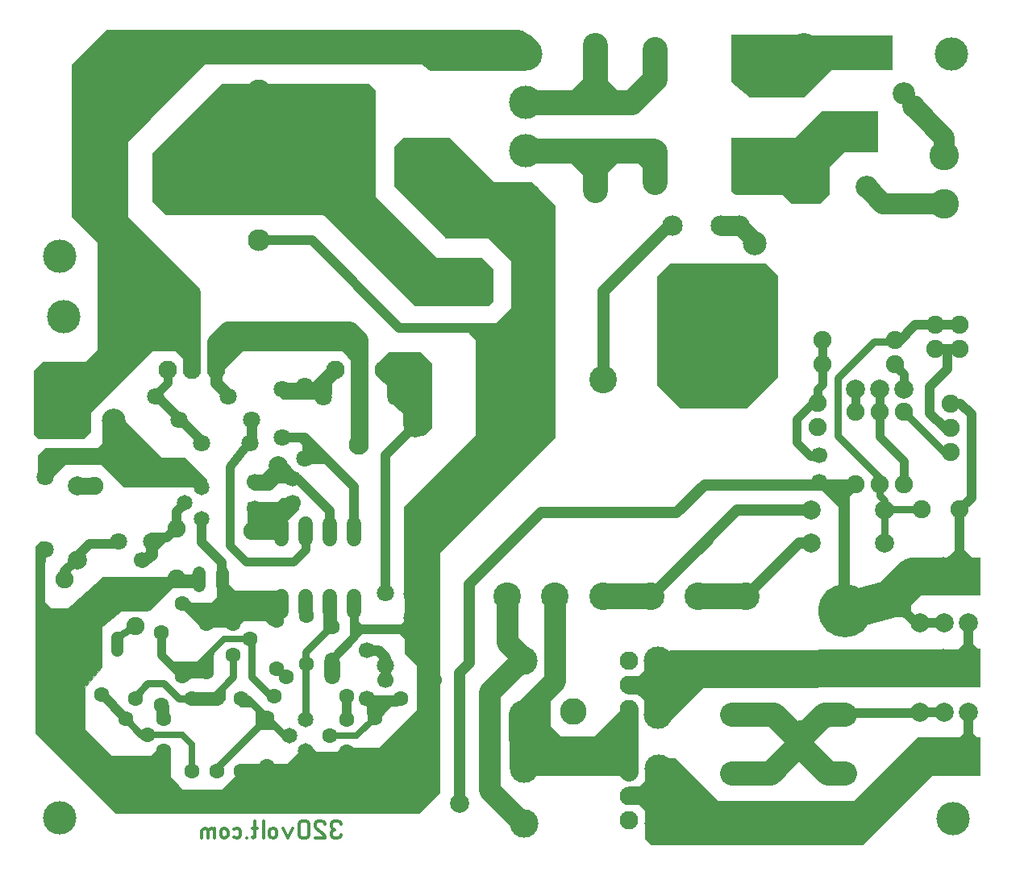
<source format=gbr>
%FSLAX34Y34*%
%MOMM*%
%LNCOPPER_BOTTOM*%
G71*
G01*
%ADD10C,3.200*%
%ADD11C,1.300*%
%ADD12C,1.600*%
%ADD13C,1.350*%
%ADD14C,1.550*%
%ADD15C,0.700*%
%ADD16C,0.800*%
%ADD17C,1.000*%
%ADD18C,0.900*%
%ADD19C,1.700*%
%ADD20C,1.100*%
%ADD21C,0.500*%
%ADD22C,0.200*%
%ADD23C,0.600*%
%ADD24C,0.100*%
%ADD25C,1.900*%
%ADD26C,1.900*%
%ADD27C,1.800*%
%ADD28C,1.950*%
%ADD29C,1.700*%
%ADD30C,1.900*%
%ADD31C,3.500*%
%ADD32C,1.200*%
%ADD33C,2.500*%
%ADD34C,2.900*%
%ADD35C,0.400*%
%ADD36C,0.300*%
%ADD37C,1.650*%
%ADD38C,2.150*%
%ADD39C,0.250*%
%ADD40C,2.000*%
%ADD41C,3.100*%
%ADD42C,2.350*%
%ADD43C,2.400*%
%ADD44C,2.550*%
%ADD45C,2.250*%
%ADD46C,2.500*%
%ADD47C,2.000*%
%ADD48C,2.700*%
%ADD49C,2.100*%
%ADD50C,2.000*%
%ADD51C,0.318*%
%ADD52C,2.300*%
%ADD53C,5.600*%
%ADD54C,2.500*%
%ADD55C,4.000*%
%ADD56C,2.100*%
%ADD57C,3.500*%
%ADD58C,1.900*%
%ADD59C,3.000*%
%ADD60C,1.950*%
%ADD61C,3.100*%
%ADD62C,2.800*%
%ADD63C,2.300*%
%ADD64C,3.000*%
%ADD65C,2.500*%
%ADD66C,2.600*%
%ADD67C,2.900*%
%ADD68C,2.000*%
%ADD69C,2.200*%
%ADD70C,2.100*%
%ADD71C,2.600*%
%ADD72C,4.000*%
%ADD73C,1.400*%
%ADD74C,1.500*%
%ADD75C,1.900*%
%ADD76C,1.800*%
%LPD*%
X491487Y713696D02*
G54D10*
D03*
X420777Y784407D02*
G54D10*
D03*
G54D11*
X154243Y222327D02*
X154243Y209327D01*
G54D11*
X179644Y222326D02*
X179644Y209326D01*
X477594Y158116D02*
G54D12*
D03*
X477593Y81916D02*
G54D12*
D03*
G54D13*
X266399Y290326D02*
X266399Y276826D01*
G54D13*
X290368Y290326D02*
X290368Y276826D01*
G54D14*
X352522Y250028D02*
X352522Y265528D01*
G54D14*
X377922Y250028D02*
X377922Y265528D01*
G54D14*
X403322Y250028D02*
X403322Y265528D01*
G54D14*
X428722Y250028D02*
X428722Y265528D01*
G54D14*
X352522Y326229D02*
X352522Y341729D01*
G54D14*
X377921Y326228D02*
X377921Y341728D01*
G54D14*
X403322Y326228D02*
X403322Y341728D01*
G54D14*
X428722Y326228D02*
X428722Y341728D01*
X405306Y233569D02*
G54D12*
D03*
X405307Y198644D02*
G54D12*
D03*
X310112Y158115D02*
G54D12*
D03*
X310113Y81916D02*
G54D12*
D03*
X284316Y158116D02*
G54D12*
D03*
X284315Y81916D02*
G54D12*
D03*
X247918Y182315D02*
G54D12*
D03*
X247918Y258515D02*
G54D12*
D03*
X258519Y158116D02*
G54D12*
D03*
X258519Y81916D02*
G54D12*
D03*
G54D15*
X403322Y119557D02*
X431493Y119558D01*
X450209Y138272D01*
G54D16*
X476006Y158116D02*
X470052Y158116D01*
X450209Y138272D01*
G54D16*
X360459Y119558D02*
X355418Y119557D01*
X336703Y138272D01*
G54D16*
X310112Y158115D02*
X316859Y158116D01*
X336703Y138272D01*
G54D16*
X284315Y81916D02*
X284315Y85885D01*
X336703Y138272D01*
G54D16*
X258519Y158116D02*
X284316Y158116D01*
G54D15*
X211575Y120398D02*
X248206Y120398D01*
X258462Y110141D01*
X258462Y81972D01*
X258519Y81916D01*
G54D17*
X323549Y256479D02*
X351222Y256479D01*
X352522Y257778D01*
G54D16*
X247918Y258515D02*
X252283Y258515D01*
X273715Y237083D01*
X304155Y237084D01*
X323549Y256479D01*
G54D15*
X318958Y220703D02*
X292258Y220703D01*
X273715Y202159D01*
G54D16*
X247918Y182315D02*
X253871Y182315D01*
X273715Y202159D01*
X420784Y160941D02*
G54D12*
D03*
X344584Y160940D02*
G54D12*
D03*
G54D17*
X420784Y134351D02*
X420784Y162925D01*
X357284Y181181D02*
G54D12*
D03*
X405306Y181578D02*
G54D12*
D03*
X225974Y227569D02*
G54D12*
D03*
X225974Y151369D02*
G54D12*
D03*
G54D18*
X225975Y228759D02*
X225975Y204258D01*
X247918Y182315D01*
G54D16*
X211575Y120398D02*
X205334Y120398D01*
X188953Y136779D01*
X324688Y386148D02*
G54D19*
D03*
X324689Y358211D02*
G54D19*
D03*
G54D20*
X323549Y333978D02*
X352522Y333978D01*
G54D16*
X405306Y198645D02*
X405306Y180388D01*
G54D16*
X258519Y158116D02*
X244618Y158116D01*
X228697Y174038D01*
X212131Y174038D01*
X201765Y163672D01*
G54D17*
X289972Y278020D02*
X289971Y247418D01*
X300306Y237084D01*
G54D21*
X289816Y247460D02*
X289815Y239522D01*
G54D21*
X289816Y247460D02*
X280290Y237934D01*
G54D21*
X298150Y242301D02*
X274734Y242301D01*
X274337Y242698D01*
G54D22*
X338631Y256191D02*
X338631Y258572D01*
X346965Y266906D01*
X346965Y264922D01*
X342600Y260557D01*
G54D22*
X338631Y256191D02*
X338631Y255000D01*
X346569Y247063D01*
X346569Y248253D01*
X342600Y252222D01*
G54D21*
X398559Y230791D02*
X398559Y250635D01*
X400147Y252222D01*
G54D21*
X408084Y230791D02*
X408084Y249444D01*
X406893Y250635D01*
G54D21*
X400146Y198247D02*
X400147Y181578D01*
X401337Y180388D01*
G54D21*
X327519Y129985D02*
X327519Y147447D01*
X327121Y147845D01*
G54D21*
X344187Y128001D02*
X327519Y128001D01*
X327121Y128398D01*
X450209Y138272D02*
G54D12*
D03*
X450209Y87472D02*
G54D12*
D03*
X336703Y138272D02*
G54D12*
D03*
X336703Y87472D02*
G54D12*
D03*
X188953Y136779D02*
G54D12*
D03*
X188953Y85980D02*
G54D12*
D03*
X347419Y240666D02*
G54D12*
D03*
X347419Y189866D02*
G54D12*
D03*
G54D16*
X346965Y160940D02*
X341409Y160941D01*
X321169Y181181D01*
X321169Y220532D01*
X321340Y220703D01*
X273715Y237083D02*
G54D12*
D03*
X273715Y186283D02*
G54D12*
D03*
G54D16*
X301722Y204598D02*
X301722Y181181D01*
X284259Y163719D01*
G54D16*
X277116Y186340D02*
X277115Y204598D01*
X277909Y205392D01*
G54D16*
X274734Y189119D02*
X274734Y195072D01*
X273146Y196659D01*
G54D16*
X270369Y187531D02*
X259653Y187531D01*
X262431Y187531D01*
X266400Y191501D01*
G54D16*
X348156Y244285D02*
X311247Y244285D01*
X309659Y242698D01*
G54D16*
X325931Y251429D02*
X344981Y251429D01*
X345378Y251032D01*
X333869Y251032D01*
X331091Y248254D01*
G54D23*
X311247Y245872D02*
X265209Y245872D01*
X262431Y248650D01*
G54D23*
X277909Y243095D02*
X277909Y243888D01*
X287434Y253413D01*
G54D23*
X301325Y243491D02*
X301324Y243888D01*
X291800Y253413D01*
G54D16*
X229038Y104017D02*
X229038Y76860D01*
X229094Y76804D01*
G54D16*
X310113Y81916D02*
X310113Y61270D01*
X310453Y60929D01*
G54D16*
X336703Y87472D02*
X336703Y61667D01*
X337044Y61326D01*
G54D16*
X377922Y103176D02*
X377922Y61326D01*
G54D16*
X420784Y103176D02*
X420784Y60930D01*
X421578Y60136D01*
G54D16*
X450209Y87472D02*
X450209Y60080D01*
X450550Y59738D01*
G54D16*
X476005Y81916D02*
X476005Y61667D01*
X476743Y60929D01*
G36*
X266797Y285957D02*
X165197Y285957D01*
X123922Y249048D01*
X149322Y194676D01*
X127097Y172450D01*
X127097Y96251D01*
X183453Y39894D01*
X486268Y39497D01*
X486665Y81566D01*
X450549Y81566D01*
X429515Y102601D01*
X371174Y102601D01*
X356094Y87520D01*
X314422Y87520D01*
X289815Y62914D01*
X248540Y62913D01*
X235444Y76010D01*
X235444Y103564D01*
X229038Y104017D01*
X220985Y104017D01*
X215600Y98632D01*
X160434Y98632D01*
X145353Y113714D01*
X145353Y170466D01*
X163212Y191103D01*
X163212Y235554D01*
X194169Y264129D01*
X227109Y264128D01*
X237825Y274844D01*
X266796Y274845D01*
X271956Y280004D01*
X271956Y280798D01*
X266797Y285957D01*
G37*
G54D24*
X266797Y285957D02*
X165197Y285957D01*
X123922Y249048D01*
X149322Y194676D01*
X127097Y172450D01*
X127097Y96251D01*
X183453Y39894D01*
X486268Y39497D01*
X486665Y81566D01*
X450549Y81566D01*
X429515Y102601D01*
X371174Y102601D01*
X356094Y87520D01*
X314422Y87520D01*
X289815Y62914D01*
X248540Y62913D01*
X235444Y76010D01*
X235444Y103564D01*
X229038Y104017D01*
X220985Y104017D01*
X215600Y98632D01*
X160434Y98632D01*
X145353Y113714D01*
X145353Y170466D01*
X163212Y191103D01*
X163212Y235554D01*
X194169Y264129D01*
X227109Y264128D01*
X237825Y274844D01*
X266796Y274845D01*
X271956Y280004D01*
X271956Y280798D01*
X266797Y285957D01*
X206190Y276370D02*
G54D19*
D03*
X206191Y304308D02*
G54D19*
D03*
X364031Y389144D02*
G54D19*
D03*
X364031Y363744D02*
G54D19*
D03*
X124907Y243993D02*
G54D25*
D03*
X124907Y283993D02*
G54D25*
D03*
X241950Y337372D02*
G54D26*
D03*
X241950Y284192D02*
G54D26*
D03*
X155742Y381783D02*
G54D25*
D03*
X296319Y475519D02*
G54D27*
D03*
X220119Y475519D02*
G54D27*
D03*
X232963Y503841D02*
G54D28*
D03*
X258362Y503841D02*
G54D28*
D03*
X283763Y503841D02*
G54D28*
D03*
X408778Y503841D02*
G54D28*
D03*
G54D29*
X434178Y512341D02*
X434178Y495341D01*
X459579Y503841D02*
G54D28*
D03*
X472532Y475123D02*
G54D27*
D03*
X396332Y475123D02*
G54D27*
D03*
G54D30*
X284159Y503444D02*
X284160Y521601D01*
X294975Y532416D01*
X422768Y532416D01*
X434278Y520906D01*
X434278Y503741D01*
G54D11*
X283763Y503841D02*
X283763Y490060D01*
X296319Y477504D01*
G54D20*
X321322Y431466D02*
X321322Y453294D01*
X320925Y453691D01*
G54D30*
X284160Y503841D02*
X284160Y532714D01*
X296562Y545116D01*
X424356Y545116D01*
X434278Y535194D01*
X434277Y504139D01*
G54D17*
X283763Y503841D02*
X285847Y503841D01*
X307674Y525669D01*
G54D17*
X432690Y512572D02*
X432690Y513366D01*
X418006Y528050D01*
X123921Y559800D02*
G54D31*
D03*
X319734Y427100D02*
G54D27*
D03*
X268934Y427100D02*
G54D27*
D03*
X353470Y432260D02*
G54D27*
D03*
X353469Y483060D02*
G54D27*
D03*
G54D32*
X433782Y425024D02*
X434278Y526066D01*
X421578Y538766D01*
X297752Y538766D01*
X284259Y525272D01*
X284259Y504635D01*
X284656Y504238D01*
X849223Y576542D02*
G54D33*
D03*
X849223Y636546D02*
G54D33*
D03*
X839780Y265492D02*
G54D34*
D03*
X789780Y265492D02*
G54D34*
D03*
X739780Y265492D02*
G54D34*
D03*
X689780Y265492D02*
G54D34*
D03*
X639780Y265492D02*
G54D34*
D03*
X589780Y265492D02*
G54D34*
D03*
X789780Y493274D02*
G54D34*
D03*
X689781Y493273D02*
G54D34*
D03*
X441972Y158020D02*
G54D19*
D03*
X441972Y208820D02*
G54D19*
D03*
X512616Y177467D02*
G54D19*
D03*
X461815Y177468D02*
G54D19*
D03*
G36*
X482696Y39100D02*
X491825Y39100D01*
X518812Y66088D01*
X518812Y291116D01*
X506906Y279210D01*
X493566Y268749D01*
X482300Y268097D01*
X482300Y205788D01*
X495000Y193088D01*
X494999Y99322D01*
X477593Y81916D01*
X473918Y81916D01*
X464837Y72835D01*
X464837Y60135D01*
X482696Y39100D01*
G37*
G54D17*
X324740Y381760D02*
X339581Y381760D01*
X346965Y389144D01*
X364031Y389144D01*
X369587Y389144D01*
X403322Y355410D01*
X403322Y333978D01*
G54D18*
X377921Y333978D02*
X377922Y314928D01*
X365222Y302228D01*
X315215Y302228D01*
X298150Y319294D01*
X298150Y390345D01*
G36*
X214409Y251032D02*
X239016Y274844D01*
X183452Y274050D01*
X177103Y267700D01*
X171150Y250635D01*
X214409Y251032D01*
G37*
G54D17*
X215756Y327450D02*
X232028Y327450D01*
X241950Y337372D01*
X241950Y354725D01*
X251078Y363854D01*
G54D35*
X256875Y281591D02*
X258066Y281591D01*
X266400Y289926D01*
G54D35*
X352522Y257778D02*
X248654Y257778D01*
X247918Y258515D01*
G54D16*
X316406Y253016D02*
X260844Y253016D01*
X260050Y253810D01*
G54D16*
X262431Y248650D02*
X311247Y248651D01*
X312437Y249841D01*
G54D16*
X273715Y237083D02*
X269349Y237083D01*
X247918Y258515D01*
G54D16*
X248144Y261747D02*
X249731Y261748D01*
X259256Y252223D01*
G54D36*
X288625Y265319D02*
X287831Y265319D01*
X279100Y256588D01*
G54D36*
X279497Y255397D02*
X280687Y255398D01*
X286244Y260954D01*
G54D36*
X291006Y269288D02*
X291006Y266907D01*
X300134Y257778D01*
X297753Y257778D01*
X294181Y261351D01*
G54D17*
X289972Y283576D02*
X289972Y301279D01*
X268384Y322866D01*
X268384Y347316D01*
X268541Y347473D01*
G54D16*
X450209Y138272D02*
X450209Y153354D01*
X445544Y158020D01*
G54D16*
X445544Y158020D02*
X445544Y142937D01*
X450209Y138272D01*
G54D16*
X445544Y158020D02*
X477498Y158020D01*
X477594Y158116D01*
X464789Y158116D01*
X453328Y146653D01*
X453328Y151416D01*
X455709Y153797D01*
G54D16*
X455709Y153797D02*
X473276Y153797D01*
X477594Y158116D01*
G54D18*
X405307Y198644D02*
X405307Y200233D01*
X428722Y223647D01*
X428722Y257778D01*
G54D18*
X460075Y230791D02*
X429912Y230791D01*
X429515Y230394D01*
G54D18*
X460075Y230791D02*
X493809Y230791D01*
X498171Y226429D01*
G54D36*
X438643Y230791D02*
X437850Y230791D01*
X431103Y237538D01*
G54D36*
X439437Y232379D02*
X438643Y232378D01*
X431103Y239919D01*
G54D36*
X427134Y217694D02*
X437850Y228410D01*
G54D36*
X437453Y228806D02*
X435072Y228806D01*
X432293Y226028D01*
X427928Y226029D01*
X427531Y226426D01*
G54D36*
X473965Y230394D02*
X477140Y230394D01*
X486666Y239919D01*
G54D36*
X473965Y230394D02*
X477140Y230394D01*
X485872Y221663D01*
X378319Y194677D02*
G54D12*
D03*
X378319Y245477D02*
G54D12*
D03*
G54D16*
X377922Y135938D02*
X377922Y207376D01*
X403321Y232775D01*
X403322Y257778D01*
X403718Y258176D01*
G36*
X350537Y489951D02*
X384668Y489951D01*
X404512Y509794D01*
X411259Y509794D01*
X417609Y503444D01*
X417609Y501063D01*
X389034Y472488D01*
X354109Y472488D01*
X348156Y478441D01*
X348156Y479632D01*
X357284Y488760D01*
X350537Y489951D01*
G37*
G36*
X405703Y476854D02*
X405703Y491141D01*
X403322Y493523D01*
X401337Y493523D01*
X398559Y490744D01*
X398559Y483998D01*
X405703Y476854D01*
G37*
X171176Y267172D02*
G54D25*
D03*
G36*
X316406Y360569D02*
X316406Y328819D01*
X320374Y324850D01*
X355300Y324850D01*
X358475Y328026D01*
X358475Y344694D01*
X371175Y357394D01*
X371175Y366126D01*
X368396Y368904D01*
X352125Y368903D01*
X348156Y364935D01*
X317994Y364935D01*
X316406Y363347D01*
X316406Y358585D01*
X316406Y360569D01*
G37*
G54D11*
X215756Y323085D02*
X215756Y309506D01*
X206191Y302323D01*
G54D23*
X271162Y183166D02*
X252112Y183166D01*
X250128Y185150D01*
G54D23*
X261240Y190707D02*
X240206Y190707D01*
X239016Y191897D01*
G54D23*
X266400Y194675D02*
X235046Y194676D01*
G54D23*
X281878Y153797D02*
X261637Y153797D01*
X259653Y155782D01*
G54D23*
X282275Y162529D02*
X261240Y162529D01*
X260843Y162132D01*
G54D23*
X309659Y152607D02*
X322756Y152607D01*
G54D23*
X290212Y158163D02*
X290212Y170467D01*
G54D23*
X410465Y182372D02*
X410465Y196660D01*
X409672Y197454D01*
G54D23*
X409672Y197454D02*
X409672Y188722D01*
X406893Y185944D01*
G54D23*
X472378Y230791D02*
X475553Y230791D01*
X485078Y240316D01*
G54D23*
X471981Y230791D02*
X475156Y230791D01*
X488253Y217694D01*
X229038Y103620D02*
G54D12*
D03*
X211575Y120398D02*
G54D12*
D03*
X229037Y137176D02*
G54D12*
D03*
X377922Y103176D02*
G54D37*
D03*
X360459Y119558D02*
G54D37*
D03*
X377922Y135939D02*
G54D37*
D03*
X420785Y102779D02*
G54D12*
D03*
X403322Y119557D02*
G54D12*
D03*
X420784Y136336D02*
G54D12*
D03*
X301496Y237480D02*
G54D12*
D03*
X318959Y220702D02*
G54D12*
D03*
X301496Y203925D02*
G54D12*
D03*
X268541Y347473D02*
G54D37*
D03*
X251078Y363854D02*
G54D37*
D03*
X268541Y380235D02*
G54D37*
D03*
X321962Y256876D02*
G54D26*
D03*
X321962Y334376D02*
G54D26*
D03*
G54D35*
X223140Y137923D02*
X223140Y145463D01*
X221553Y147050D01*
G54D35*
X232268Y151019D02*
X232268Y140010D01*
X229037Y136779D01*
G54D35*
X358872Y87916D02*
X309262Y87916D01*
G54D35*
X408878Y99823D02*
X410862Y99822D01*
X414831Y103792D01*
G54D35*
X388637Y99425D02*
X384272Y103792D01*
G36*
X133050Y133160D02*
X139797Y133159D01*
X180278Y92678D01*
X150115Y92678D01*
X144956Y97838D01*
X144956Y104584D01*
X131065Y118475D01*
X131066Y120857D01*
X140987Y130778D01*
X133050Y133160D01*
G37*
G54D23*
X352522Y269288D02*
X291006Y269288D01*
G54D20*
X350934Y264922D02*
X294578Y264923D01*
X293784Y264129D01*
G54D20*
X309659Y262144D02*
X305847Y262144D01*
X289972Y278020D01*
G54D21*
X343790Y237141D02*
X342203Y237141D01*
X331091Y248254D01*
G54D21*
X215756Y309506D02*
X215756Y311179D01*
X232028Y327450D01*
G54D21*
X217584Y317310D02*
X219965Y317310D01*
X224728Y322072D01*
G54D21*
X221553Y262144D02*
X221553Y261747D01*
X212028Y252222D01*
X167578Y252222D01*
X165593Y250238D01*
G54D21*
X173928Y252619D02*
X189802Y252619D01*
X190200Y253016D01*
G54D21*
X177103Y251826D02*
X184643Y253413D01*
X161228Y233966D01*
G36*
X421975Y106966D02*
X455312Y106966D01*
X498175Y149829D01*
X498175Y71247D01*
X494206Y67278D01*
X437056Y67278D01*
X431103Y73231D01*
X431103Y95456D01*
X422768Y103791D01*
X425943Y106966D01*
X421975Y106966D01*
G37*
X763344Y655548D02*
G54D38*
D03*
X814144Y655548D02*
G54D38*
D03*
G54D39*
X477934Y235156D02*
X434675Y235156D01*
X433881Y235951D01*
X409698Y67148D02*
G54D25*
D03*
X349346Y403432D02*
G54D40*
D03*
G54D35*
X347362Y395891D02*
X347362Y393113D01*
X351331Y389144D01*
G54D35*
X356094Y401844D02*
X356093Y391526D01*
X357284Y390335D01*
G54D35*
X354109Y395494D02*
X354109Y391922D01*
X351331Y389144D01*
X1057366Y31890D02*
G54D31*
D03*
X1048681Y729417D02*
G54D41*
D03*
X1048681Y678617D02*
G54D41*
D03*
X980258Y831260D02*
G54D42*
D03*
X1015813Y780483D02*
G54D42*
D03*
X1006252Y794137D02*
G54D42*
D03*
X744474Y840972D02*
G54D43*
D03*
X744474Y701272D02*
G54D43*
D03*
X836548Y840972D02*
G54D43*
D03*
X836548Y701272D02*
G54D43*
D03*
X836548Y733418D02*
G54D25*
D03*
X836548Y809618D02*
G54D25*
D03*
X901239Y844940D02*
G54D44*
D03*
X901239Y692540D02*
G54D44*
D03*
X744076Y733022D02*
G54D25*
D03*
X744076Y809222D02*
G54D25*
D03*
G54D45*
X854011Y809222D02*
X854011Y840972D01*
X967259Y746432D02*
G54D42*
D03*
X967259Y695632D02*
G54D42*
D03*
X128803Y450759D02*
G54D46*
D03*
X176503Y450758D02*
G54D46*
D03*
X492772Y445749D02*
G54D33*
D03*
X492772Y268749D02*
G54D33*
D03*
X539846Y48228D02*
G54D40*
D03*
X489047Y48228D02*
G54D40*
D03*
X119550Y32684D02*
G54D31*
D03*
X908307Y321822D02*
G54D47*
D03*
X985806Y321822D02*
G54D47*
D03*
X908306Y356747D02*
G54D47*
D03*
X985806Y356747D02*
G54D47*
D03*
G54D48*
X789780Y265492D02*
X839780Y265492D01*
G54D48*
X689780Y265492D02*
X739780Y265492D01*
X433782Y425024D02*
G54D49*
D03*
G54D17*
X99230Y287692D02*
X99230Y244036D01*
X154395Y188870D01*
G36*
X518727Y74570D02*
X518727Y59092D01*
X496898Y37264D01*
X179002Y37264D01*
X94070Y122195D01*
X94070Y318648D01*
X99230Y323808D01*
X105977Y323808D01*
X110342Y319442D01*
X105460Y305432D01*
X104389Y296423D01*
X104389Y252767D01*
X158364Y252767D01*
X159555Y188870D01*
X136139Y165454D01*
X136139Y101161D01*
X186542Y50758D01*
X499677Y50758D01*
X517933Y69014D01*
X518727Y74570D01*
G37*
G54D17*
X428722Y333978D02*
X428722Y381217D01*
X377282Y432657D01*
X353867Y432657D01*
X353470Y432260D01*
G54D17*
X324740Y381760D02*
X327674Y381760D01*
X349346Y403432D01*
G54D17*
X364031Y389144D02*
X364031Y392381D01*
X353627Y402786D01*
G54D50*
X967768Y843897D02*
X856937Y843897D01*
X854011Y840972D01*
G54D18*
X298150Y390345D02*
X298150Y402340D01*
X319734Y429085D01*
G54D51*
X415142Y26308D02*
X413809Y28530D01*
X411142Y29641D01*
X408476Y29641D01*
X405809Y28530D01*
X404476Y26308D01*
X404476Y24086D01*
X405809Y21864D01*
X408476Y20752D01*
X405809Y19641D01*
X404476Y17419D01*
X404476Y15197D01*
X405809Y12975D01*
X408476Y11864D01*
X411142Y11864D01*
X413809Y12975D01*
X415142Y15197D01*
G54D51*
X387587Y11864D02*
X398253Y11864D01*
X398253Y12975D01*
X396920Y15197D01*
X388920Y21864D01*
X387587Y24086D01*
X387587Y26308D01*
X388920Y28530D01*
X391587Y29641D01*
X394253Y29641D01*
X396920Y28530D01*
X398253Y26308D01*
G54D51*
X370698Y26308D02*
X370698Y15197D01*
X372031Y12975D01*
X374698Y11864D01*
X377364Y11864D01*
X380031Y12975D01*
X381364Y15197D01*
X381364Y26308D01*
X380031Y28530D01*
X377364Y29641D01*
X374698Y29641D01*
X372031Y28530D01*
X370698Y26308D01*
G54D51*
X364475Y21864D02*
X359142Y11864D01*
X353809Y21864D01*
G54D51*
X339586Y14530D02*
X339586Y18975D01*
X340920Y21197D01*
X343586Y21864D01*
X346253Y21197D01*
X347586Y18975D01*
X347586Y14530D01*
X346253Y12308D01*
X343586Y11864D01*
X340920Y12308D01*
X339586Y14530D01*
G54D51*
X333364Y11864D02*
X333364Y29641D01*
G54D51*
X324476Y29641D02*
X324476Y12975D01*
X323142Y11864D01*
X321809Y12308D01*
G54D51*
X327142Y21864D02*
X321809Y21864D01*
G54D51*
X315587Y11864D02*
X315587Y11864D01*
G54D51*
X302699Y21197D02*
X305365Y21864D01*
X308032Y21197D01*
X309365Y18975D01*
X309365Y14530D01*
X308032Y12308D01*
X305365Y11864D01*
X302699Y12308D01*
G54D51*
X288476Y14530D02*
X288476Y18975D01*
X289810Y21197D01*
X292476Y21864D01*
X295143Y21197D01*
X296476Y18975D01*
X296476Y14530D01*
X295143Y12308D01*
X292476Y11864D01*
X289810Y12308D01*
X288476Y14530D01*
G54D51*
X282254Y11864D02*
X282254Y21864D01*
G54D51*
X282254Y20086D02*
X279588Y21864D01*
X276921Y21197D01*
X275588Y19641D01*
X275588Y11864D01*
G54D51*
X275588Y20086D02*
X272921Y21864D01*
X270254Y21197D01*
X268921Y19641D01*
X268921Y11864D01*
X163157Y162179D02*
G54D12*
D03*
X163156Y85980D02*
G54D12*
D03*
G54D17*
X188953Y136779D02*
X188953Y137573D01*
X164347Y162179D01*
X328282Y839013D02*
G54D52*
D03*
X328282Y797341D02*
G54D52*
D03*
X492772Y243349D02*
G54D33*
D03*
G36*
X452845Y508751D02*
X452845Y510339D01*
X465148Y522642D01*
X498486Y522642D01*
X510789Y510339D01*
X510789Y442870D01*
X503645Y435726D01*
X503645Y449617D01*
X453242Y500020D01*
X453242Y508354D01*
X454830Y509942D01*
X452845Y508751D01*
G37*
G54D17*
X492772Y445749D02*
X492772Y456867D01*
X472532Y477107D01*
G54D17*
X472532Y477107D02*
X472532Y490888D01*
X459579Y503841D01*
G54D17*
X455624Y502798D02*
X455624Y501608D01*
X471498Y485732D01*
G54D17*
X468720Y477001D02*
X468720Y492082D01*
G54D17*
X490945Y450411D02*
X490945Y453586D01*
X469514Y475017D01*
G54D17*
X485389Y446045D02*
X485389Y465095D01*
G54D21*
X487374Y436917D02*
X501264Y436917D01*
X506820Y442473D01*
G36*
X993906Y854826D02*
X824440Y856017D01*
X824440Y806011D01*
X844284Y790136D01*
X901037Y790136D01*
X937946Y827045D01*
X993906Y827442D01*
X993906Y854826D01*
G37*
G54D21*
X323464Y390879D02*
X339339Y390879D01*
X340530Y392070D01*
G54D24*
X256875Y281591D02*
X256875Y283412D01*
X261552Y288089D01*
X236138Y712708D02*
G54D10*
D03*
X165428Y783418D02*
G54D10*
D03*
X328678Y640179D02*
G54D52*
D03*
X328678Y681851D02*
G54D52*
D03*
X1057366Y31890D02*
G54D31*
D03*
X943762Y250411D02*
G54D53*
D03*
X825312Y141842D02*
G54D54*
D03*
X825311Y192642D02*
G54D54*
D03*
X825311Y29129D02*
G54D54*
D03*
X825311Y79930D02*
G54D54*
D03*
X1022753Y286902D02*
G54D33*
D03*
X1073553Y286902D02*
G54D33*
D03*
X1022753Y190065D02*
G54D33*
D03*
X1073553Y190065D02*
G54D33*
D03*
X1022356Y96799D02*
G54D33*
D03*
X1073156Y96799D02*
G54D33*
D03*
G54D55*
X943762Y250411D02*
X991818Y263111D01*
X1015609Y286902D01*
X1066409Y286902D01*
G36*
X1066409Y266902D02*
X1066409Y306902D01*
X1086409Y306902D01*
X1086409Y266902D01*
X1066409Y266902D01*
G37*
X899330Y124974D02*
G54D56*
D03*
X899330Y105130D02*
G54D56*
D03*
X609022Y683257D02*
G54D57*
D03*
X609022Y734057D02*
G54D57*
D03*
X609022Y784857D02*
G54D57*
D03*
X609022Y835657D02*
G54D57*
D03*
X1064661Y357060D02*
G54D58*
D03*
X1024661Y357060D02*
G54D58*
D03*
X833041Y655638D02*
G54D38*
D03*
X606478Y141624D02*
G54D59*
D03*
X747909Y141625D02*
G54D59*
D03*
X606476Y198378D02*
G54D59*
D03*
X747908Y198378D02*
G54D59*
D03*
X748703Y27325D02*
G54D59*
D03*
X607272Y27324D02*
G54D59*
D03*
X748704Y84475D02*
G54D59*
D03*
X607273Y84474D02*
G54D59*
D03*
X716954Y30896D02*
G54D28*
D03*
X716954Y56296D02*
G54D28*
D03*
X716954Y81696D02*
G54D28*
D03*
X716952Y147578D02*
G54D28*
D03*
X716952Y172978D02*
G54D28*
D03*
X716952Y198378D02*
G54D28*
D03*
G54D60*
X716954Y81696D02*
X716952Y147578D01*
G54D61*
X606478Y141624D02*
X607273Y86856D01*
X658708Y144469D02*
G54D62*
D03*
G54D50*
X607273Y86856D02*
X711794Y86856D01*
X716954Y81696D01*
G54D50*
X617573Y98341D02*
X704887Y98341D01*
X708855Y102310D01*
G54D50*
X625114Y107470D02*
X703696Y107470D01*
X708855Y102310D01*
G54D63*
X639780Y265492D02*
X639780Y176911D01*
X606478Y143609D01*
G54D16*
X621903Y154384D02*
X621903Y126603D01*
X623491Y125016D01*
G54D16*
X626666Y160734D02*
X626666Y121444D01*
X628650Y119459D01*
G54D16*
X631031Y161131D02*
X631031Y121841D01*
X628650Y119459D01*
G54D64*
X747909Y143609D02*
X747908Y198378D01*
G54D60*
X716952Y172978D02*
X746185Y172978D01*
X746522Y172641D01*
G54D60*
X716952Y172978D02*
X731778Y172978D01*
X742950Y184150D01*
G54D60*
X716952Y172978D02*
X730310Y172978D01*
X745728Y157559D01*
G54D55*
X1066409Y190462D02*
X763946Y190065D01*
X746522Y172641D01*
G36*
X1066435Y170462D02*
X1066383Y210462D01*
X1086383Y210488D01*
X1086435Y170488D01*
X1066435Y170462D01*
G37*
G54D65*
X825312Y141842D02*
X869365Y141842D01*
X899330Y111877D01*
G54D65*
X825311Y79930D02*
X866192Y79930D01*
X899330Y113067D01*
G54D65*
X944374Y141842D02*
X922945Y141842D01*
X899330Y118227D01*
G54D65*
X944374Y79930D02*
X926118Y79930D01*
X899330Y106717D01*
G54D63*
X570742Y143188D02*
X570742Y62266D01*
X607272Y25737D01*
G54D63*
X570742Y143188D02*
X570742Y165025D01*
X606476Y200759D01*
G54D63*
X589780Y265492D02*
X589780Y217455D01*
X606476Y200759D01*
G54D20*
X639780Y265492D02*
X639780Y176911D01*
X606478Y143609D01*
G54D20*
X747909Y143609D02*
X749637Y143609D01*
X781050Y175022D01*
G54D20*
X748109Y134541D02*
X752078Y134541D01*
X793750Y176212D01*
G54D20*
X716952Y172978D02*
X772259Y172978D01*
X792162Y192881D01*
X1070736Y192881D01*
X1073553Y190065D01*
G54D20*
X621109Y123428D02*
X621109Y120253D01*
X629047Y112316D01*
G54D20*
X638572Y113903D02*
X683816Y113903D01*
X714375Y144462D01*
G54D20*
X692150Y113903D02*
X694531Y113903D01*
X709216Y128588D01*
G54D20*
X697309Y114300D02*
X706438Y114300D01*
X710009Y117872D01*
G54D20*
X653653Y109141D02*
X647303Y109141D01*
X625078Y131366D01*
G54D20*
X640556Y105172D02*
X640556Y112712D01*
X630634Y122634D01*
G54D20*
X606478Y143609D02*
X606478Y87254D01*
X607273Y86459D01*
X1055778Y835960D02*
G54D31*
D03*
X492772Y471546D02*
G54D66*
D03*
G54D30*
X434178Y503841D02*
X434178Y425421D01*
X433782Y425024D01*
X199484Y234869D02*
G54D58*
D03*
X199484Y158670D02*
G54D12*
D03*
G54D16*
X180441Y215818D02*
X180441Y223303D01*
X199484Y234869D01*
G54D35*
X248047Y287338D02*
X260800Y287338D01*
X261552Y288089D01*
G54D35*
X248047Y287338D02*
X258366Y287338D01*
X262731Y291703D01*
X558798Y587730D02*
G54D67*
D03*
X768349Y587730D02*
G54D67*
D03*
X119550Y623234D02*
G54D31*
D03*
X1005651Y483350D02*
G54D68*
D03*
X980251Y483350D02*
G54D68*
D03*
X954851Y483349D02*
G54D68*
D03*
X681371Y844940D02*
G54D44*
D03*
X681370Y692540D02*
G54D44*
D03*
X1005651Y459934D02*
G54D25*
D03*
X1005650Y383735D02*
G54D25*
D03*
X980251Y459934D02*
G54D25*
D03*
X980250Y383735D02*
G54D25*
D03*
X954851Y459934D02*
G54D25*
D03*
X954850Y383735D02*
G54D25*
D03*
G54D16*
X985806Y361113D02*
X985806Y321822D01*
G54D17*
X1064661Y356663D02*
X1064661Y275950D01*
X1066409Y274202D01*
G54D16*
X985806Y357144D02*
X1020211Y357144D01*
X1024661Y352694D01*
G54D32*
X539846Y48228D02*
X539846Y185834D01*
X549275Y195262D01*
X549275Y278209D01*
X624681Y353616D01*
X767556Y353616D01*
X796528Y382588D01*
X921941Y382588D01*
X943372Y361156D01*
X943372Y250801D01*
X943762Y250411D01*
G54D32*
X908307Y321822D02*
X896110Y321822D01*
X839780Y265492D01*
G54D32*
X908306Y356747D02*
X831035Y356747D01*
X739780Y265492D01*
X916878Y385970D02*
G54D19*
D03*
X916878Y413907D02*
G54D19*
D03*
G54D18*
X980251Y463506D02*
X980251Y483350D01*
G54D18*
X1005650Y383735D02*
X1005650Y408415D01*
X980281Y433784D01*
X980281Y459903D01*
X980251Y459934D01*
G54D18*
X954851Y483349D02*
X954851Y463506D01*
G54D18*
X954850Y383735D02*
X940210Y369094D01*
X996920Y509543D02*
G54D25*
D03*
X920720Y509544D02*
G54D25*
D03*
X996920Y535340D02*
G54D25*
D03*
X920721Y535341D02*
G54D25*
D03*
X915290Y468676D02*
G54D25*
D03*
X915290Y443276D02*
G54D25*
D03*
G54D18*
X920721Y532959D02*
X920720Y508353D01*
G54D18*
X1005651Y483350D02*
X1005651Y499621D01*
X996920Y508353D01*
G54D18*
X915290Y468676D02*
X915290Y483490D01*
X920750Y488950D01*
X920750Y532931D01*
X920721Y532959D01*
G54D18*
X915290Y413510D02*
X907687Y413510D01*
X893366Y427831D01*
X893366Y452041D01*
X909638Y468312D01*
G36*
X993906Y827442D02*
X993906Y819281D01*
X993378Y818753D01*
X925116Y818753D01*
X919559Y824309D01*
X919559Y825897D01*
X934244Y840581D01*
X988616Y840581D01*
X990600Y838597D01*
X993906Y827442D01*
G37*
G54D69*
X1048681Y729417D02*
X1048681Y747615D01*
X1015813Y780483D01*
G54D11*
X689781Y493273D02*
X689781Y586350D01*
X763344Y659914D01*
G54D70*
X833041Y655638D02*
X814233Y655638D01*
X814144Y655548D01*
G36*
X808038Y615553D02*
X760809Y615553D01*
X747316Y602059D01*
X747316Y486569D01*
X771128Y462756D01*
X840581Y462756D01*
X873919Y496094D01*
X873919Y602853D01*
X861219Y615553D01*
X806847Y615553D01*
X808038Y615553D01*
G37*
G54D71*
X609022Y784857D02*
X719712Y784857D01*
X744076Y809222D01*
X744076Y840574D01*
X744474Y840972D01*
G54D71*
X609022Y734057D02*
X743041Y734057D01*
X744076Y733022D01*
X744076Y701669D01*
X744474Y701272D01*
G54D50*
X744474Y701272D02*
X744474Y717217D01*
X729059Y732631D01*
G54D71*
X681371Y844940D02*
X681371Y787464D01*
X682228Y786606D01*
G54D71*
X681370Y692540D02*
X681370Y732170D01*
X681434Y732234D01*
G54D18*
X679847Y809625D02*
X675084Y809625D01*
X654844Y789384D01*
G54D18*
X681831Y817166D02*
X681831Y814387D01*
X707231Y788988D01*
G54D18*
X678656Y706438D02*
X677069Y706438D01*
X657622Y725884D01*
G54D18*
X680244Y706438D02*
X683022Y706438D01*
X705644Y729059D01*
X944374Y141842D02*
G54D54*
D03*
X944374Y192642D02*
G54D54*
D03*
X944374Y29129D02*
G54D54*
D03*
X944374Y79930D02*
G54D54*
D03*
X1022753Y237690D02*
G54D40*
D03*
X1073553Y237690D02*
G54D40*
D03*
X1022753Y144027D02*
G54D40*
D03*
X1073553Y144027D02*
G54D40*
D03*
X1047750Y190500D02*
G54D72*
D03*
X1048941Y97631D02*
G54D72*
D03*
X1047750Y287338D02*
G54D72*
D03*
G54D17*
X1073553Y237690D02*
X1073553Y190065D01*
G54D17*
X1073553Y144027D02*
X1073553Y97196D01*
X1073156Y96799D01*
G54D64*
X159147Y707231D02*
X159147Y760809D01*
X241697Y843359D01*
X605288Y843359D01*
X609022Y839626D01*
G54D64*
X159147Y703262D02*
X159147Y663178D01*
X236934Y585391D01*
G54D30*
X258362Y503841D02*
X258362Y563963D01*
X236934Y585391D01*
G54D73*
X256381Y535384D02*
X205978Y535384D01*
X184547Y513953D01*
G54D16*
X238919Y535781D02*
X242491Y535781D01*
X257572Y550862D01*
G54D16*
X238919Y535781D02*
X240109Y535781D01*
X256778Y519112D01*
G54D16*
X228203Y537369D02*
X228203Y590550D01*
X229394Y591741D01*
G54D16*
X235347Y537766D02*
X235347Y583803D01*
X236934Y585391D01*
X236934Y548481D01*
X242888Y542528D01*
X243284Y542528D01*
X248444Y547688D01*
X248444Y563959D01*
X248047Y564356D01*
X244475Y564356D01*
X241300Y567531D01*
X241300Y549672D01*
X243284Y547688D01*
G54D16*
X263525Y561578D02*
X263525Y574278D01*
X243681Y594122D01*
G36*
X133747Y491331D02*
X133747Y499666D01*
X230584Y596503D01*
X230584Y548481D01*
X255588Y523478D01*
X217488Y523478D01*
X191691Y497681D01*
X159544Y497681D01*
X146050Y511175D01*
X133747Y491331D01*
G37*
G36*
X256778Y511969D02*
X252809Y511969D01*
X237728Y527050D01*
X254000Y527050D01*
X254794Y526256D01*
X254794Y513953D01*
X252809Y511969D01*
X256778Y511969D01*
G37*
G36*
X176609Y521494D02*
X176609Y629841D01*
X183753Y636984D01*
X184150Y636984D01*
X229394Y591741D01*
X229394Y553244D01*
X217884Y541734D01*
X184150Y541734D01*
X173038Y530622D01*
X176609Y521494D01*
G37*
G54D69*
X180181Y641747D02*
X180181Y775494D01*
X179784Y775891D01*
G54D69*
X328282Y835441D02*
X267910Y835441D01*
X170259Y737791D01*
G54D69*
X155178Y733425D02*
X155178Y795734D01*
X202803Y843359D01*
X259953Y843359D01*
G54D69*
X165428Y783418D02*
X168262Y783418D01*
X218281Y833437D01*
G54D69*
X176212Y659209D02*
X176212Y513556D01*
X172641Y509984D01*
G54D69*
X170656Y674291D02*
X170656Y519112D01*
X176212Y513556D01*
G54D69*
X609022Y835657D02*
X609022Y843144D01*
X601662Y850503D01*
X209947Y850503D01*
X167084Y807641D01*
G54D64*
X503634Y272256D02*
X503634Y322659D01*
X608806Y427831D01*
X608806Y683041D01*
X609022Y683257D01*
G36*
X481012Y267494D02*
X481012Y359966D01*
X556022Y434975D01*
X556022Y531019D01*
X593725Y568722D01*
X593725Y626269D01*
X616347Y700088D01*
X640159Y676275D01*
X640159Y432197D01*
X519509Y311547D01*
X519509Y59874D01*
X496898Y37264D01*
X496898Y252402D01*
X484188Y265112D01*
X481012Y267494D01*
G37*
G54D18*
X560388Y527447D02*
X560388Y544116D01*
X559991Y544512D01*
X563959Y544512D01*
X568325Y540147D01*
G54D18*
X563562Y533797D02*
X563562Y534591D01*
X549672Y548481D01*
G54D18*
X608012Y823119D02*
X508794Y823119D01*
X493316Y838597D01*
G54D18*
X511969Y828278D02*
X601643Y828278D01*
X609022Y835657D01*
G54D74*
X492772Y243349D02*
X492772Y276872D01*
X500856Y284956D01*
X500856Y343297D01*
X596106Y438547D01*
X596106Y517128D01*
X617141Y538162D01*
X617141Y637920D01*
G54D74*
X609022Y835657D02*
X537134Y835657D01*
X526653Y846137D01*
X228147Y846137D01*
X165428Y783418D01*
X165428Y656897D01*
X236934Y585391D01*
G54D20*
X236934Y585391D02*
X258362Y563963D01*
X258362Y503841D01*
X1073553Y237690D02*
G54D40*
D03*
X1048153Y237689D02*
G54D40*
D03*
G54D17*
X1048153Y237689D02*
X1022753Y237690D01*
X1073553Y144027D02*
G54D40*
D03*
X1048153Y144027D02*
G54D40*
D03*
G54D17*
X1048153Y144027D02*
X1022753Y144027D01*
G54D17*
X945565Y143429D02*
X1021366Y143429D01*
X1022753Y142043D01*
G54D16*
X985806Y321822D02*
X985806Y366744D01*
X980678Y371872D01*
X980678Y383307D01*
X980250Y383735D01*
G54D16*
X915291Y385573D02*
X953012Y385573D01*
X954850Y383735D01*
G54D16*
X945356Y357584D02*
X945356Y374650D01*
X951309Y380603D01*
G54D16*
X941388Y366316D02*
X941388Y378222D01*
X944959Y381794D01*
X932259Y381794D01*
X932656Y381794D01*
X937419Y377031D01*
X1055104Y417665D02*
G54D75*
D03*
X1055104Y443065D02*
G54D75*
D03*
X1055104Y468465D02*
G54D75*
D03*
X1039019Y551259D02*
G54D25*
D03*
X1039019Y525859D02*
G54D25*
D03*
X1064419Y551259D02*
G54D25*
D03*
X1064419Y525859D02*
G54D25*
D03*
G54D16*
X1055104Y417665D02*
X1047920Y417665D01*
X1005651Y459934D01*
G54D16*
X980250Y383735D02*
X980250Y390159D01*
X936228Y434181D01*
X936228Y495300D01*
X974328Y533400D01*
X996478Y533400D01*
X996920Y532959D01*
G54D17*
X1055104Y468465D02*
X1065457Y468465D01*
X1076722Y457200D01*
X1076722Y369120D01*
X1064661Y357060D01*
G54D21*
X1063625Y319088D02*
X1063625Y314325D01*
X1052909Y303609D01*
G54D21*
X1064419Y327025D02*
X1064419Y315912D01*
X1078706Y301625D01*
X1075134Y301625D01*
X1069578Y307181D01*
G54D21*
X1073150Y217884D02*
X1073150Y216694D01*
X1063228Y206772D01*
G54D21*
X1073944Y220662D02*
X1073944Y216694D01*
X1083072Y207566D01*
G54D21*
X1073150Y125412D02*
X1073150Y117872D01*
X1082278Y108744D01*
G54D21*
X1073547Y121444D02*
X1073547Y119062D01*
X1064816Y110331D01*
X321322Y450913D02*
G54D27*
D03*
X245122Y450913D02*
G54D27*
D03*
X377282Y410829D02*
G54D27*
D03*
X377282Y487029D02*
G54D27*
D03*
G54D17*
X268934Y429085D02*
X268538Y429085D01*
X220119Y477504D01*
G54D21*
X377282Y410829D02*
X377282Y432657D01*
G54D21*
X379809Y427434D02*
X379809Y416322D01*
X378222Y414734D01*
G54D21*
X377428Y417512D02*
X389731Y417512D01*
X390525Y418306D01*
G54D21*
X382984Y417909D02*
X382984Y423466D01*
X382191Y424259D01*
G54D21*
X379809Y422672D02*
X379412Y422672D01*
X371475Y430609D01*
G54D21*
X380603Y413147D02*
X391319Y413147D01*
X392509Y414338D01*
G54D21*
X377282Y410829D02*
X398002Y410829D01*
X398462Y410369D01*
G54D21*
X380206Y407591D02*
X401241Y407591D01*
X103873Y315346D02*
G54D27*
D03*
X103873Y391546D02*
G54D27*
D03*
X461418Y193343D02*
G54D27*
D03*
X461418Y269543D02*
G54D27*
D03*
G54D17*
X461418Y269543D02*
X461418Y414396D01*
X492772Y445749D01*
G54D20*
X441972Y208820D02*
X453961Y208820D01*
X461566Y201216D01*
X461566Y177717D01*
X461815Y177468D01*
X181228Y323085D02*
G54D27*
D03*
X181228Y399285D02*
G54D27*
D03*
X215756Y323085D02*
G54D27*
D03*
X215756Y399285D02*
G54D27*
D03*
X138279Y381783D02*
G54D47*
D03*
X138279Y304283D02*
G54D47*
D03*
G36*
X145256Y431006D02*
X97234Y431006D01*
X92472Y435769D01*
X92472Y502444D01*
X101997Y511969D01*
X177403Y511969D01*
X191691Y497681D01*
X152400Y458391D01*
X152400Y438150D01*
X145256Y431006D01*
G37*
G54D18*
X232963Y503841D02*
X232963Y490348D01*
X220119Y477504D01*
G54D17*
X124907Y283993D02*
X124907Y292101D01*
X135501Y302696D01*
X135501Y305364D01*
X151209Y321072D01*
X178316Y321072D01*
X178882Y320506D01*
G54D76*
X138279Y381783D02*
X155742Y381783D01*
G36*
X115491Y245666D02*
X115491Y248841D01*
X101600Y262731D01*
X101600Y247033D01*
X103297Y245336D01*
X111986Y245336D01*
X115491Y248841D01*
X115491Y245666D01*
G37*
G54D18*
X215756Y399285D02*
X181228Y399285D01*
G54D18*
X215756Y399285D02*
X249491Y399285D01*
X268541Y380235D01*
G54D18*
X181228Y399285D02*
X181228Y442858D01*
X176106Y447980D01*
G54D18*
X156766Y417116D02*
X127458Y417116D01*
X105064Y394721D01*
G54D18*
X156766Y417116D02*
X180181Y417116D01*
X180578Y416719D01*
G54D18*
X176106Y447980D02*
X176106Y404406D01*
X181228Y399285D01*
G54D18*
X180578Y416719D02*
X180578Y411559D01*
X192088Y400050D01*
G54D35*
X162322Y417512D02*
X167084Y417512D01*
X174228Y424656D01*
G54D35*
X167084Y417512D02*
X167084Y417116D01*
X175816Y408384D01*
G54D17*
X996920Y532959D02*
X999684Y532959D01*
X1017984Y551259D01*
X1064419Y551259D01*
G54D17*
X1039019Y525859D02*
X1064419Y525859D01*
G36*
X96838Y393303D02*
X96838Y413941D01*
X104378Y421481D01*
X159544Y421481D01*
X164703Y426641D01*
X164703Y451247D01*
X171450Y457994D01*
X180578Y457994D01*
X227012Y411559D01*
X251619Y411559D01*
X274638Y388541D01*
X274638Y380206D01*
X272256Y377825D01*
X265509Y377825D01*
X263128Y380206D01*
X186928Y380206D01*
X161528Y405606D01*
X127397Y405606D01*
X111522Y389731D01*
X101203Y389731D01*
X98425Y392509D01*
X96838Y393303D01*
G37*
G36*
X116284Y403622D02*
X169466Y403622D01*
X171053Y405209D01*
X171053Y405606D01*
X166291Y410369D01*
X118666Y410369D01*
X117078Y408781D01*
X117078Y403225D01*
X117475Y402828D01*
X116284Y403622D01*
G37*
G36*
X717153Y65881D02*
X727869Y65881D01*
X734219Y72231D01*
X734219Y87709D01*
X742553Y96044D01*
X766762Y96044D01*
X811609Y51197D01*
X953294Y51197D01*
X1019968Y117872D01*
X1086247Y117872D01*
X1086247Y77391D01*
X1035844Y77391D01*
X962422Y3969D01*
X740966Y3969D01*
X734219Y10716D01*
X734219Y40481D01*
X727869Y46831D01*
X715169Y46831D01*
X710009Y51991D01*
X710009Y60722D01*
X713978Y64691D01*
X717153Y65881D01*
G37*
G54D36*
X1073150Y125412D02*
X1073150Y123428D01*
X1064419Y114697D01*
G54D36*
X1073150Y125412D02*
X1073150Y124619D01*
X1083469Y114300D01*
X967259Y762704D02*
G54D42*
D03*
G54D17*
X1048153Y237689D02*
X1018420Y237689D01*
X1000125Y255984D01*
G54D21*
X996553Y246459D02*
X1010444Y246459D01*
X1010841Y246062D01*
X1010841Y262334D01*
G54D20*
X739780Y265492D02*
X740155Y265492D01*
X800894Y326231D01*
G36*
X216694Y731838D02*
X289322Y804466D01*
X444500Y804466D01*
X451644Y797322D01*
X451644Y672703D01*
X502841Y621506D01*
X562769Y621506D01*
X575072Y609203D01*
X575072Y575469D01*
X569912Y570309D01*
X492919Y570309D01*
X396478Y666750D01*
X230584Y666750D01*
X216694Y680641D01*
X216694Y731838D01*
G37*
G36*
X526256Y607219D02*
X526256Y611584D01*
X444103Y693738D01*
X444103Y665956D01*
X450850Y659209D01*
X450850Y657622D01*
X499666Y608806D01*
X511572Y608806D01*
X519509Y616744D01*
X526256Y607219D01*
G37*
G36*
X606822Y641747D02*
X525462Y641747D01*
X470694Y696516D01*
X470694Y738188D01*
X480219Y747712D01*
X529034Y747712D01*
X575866Y700881D01*
X615553Y700881D01*
X620712Y695722D01*
X620712Y660003D01*
X620316Y659606D01*
X606822Y641747D01*
G37*
G36*
X610394Y613569D02*
X598091Y613569D01*
X561181Y650478D01*
X603250Y650478D01*
X604044Y649684D01*
X604044Y613172D01*
X600472Y609600D01*
X610394Y613569D01*
G37*
G54D17*
X328678Y640179D02*
X384156Y640179D01*
X476250Y548084D01*
X582216Y548084D01*
X588962Y541338D01*
G54D74*
X617141Y637920D02*
X617141Y638175D01*
X590947Y664369D01*
X540814Y664369D01*
X491487Y713696D01*
G54D74*
X558798Y590508D02*
X510423Y590508D01*
X388541Y712391D01*
X236456Y712391D01*
X236138Y712708D01*
G54D74*
X388541Y712391D02*
X388541Y752171D01*
X420777Y784407D01*
G54D74*
X492772Y445749D02*
X492772Y497431D01*
X486172Y504031D01*
X459769Y504031D01*
X459579Y503841D01*
G54D14*
X313928Y832247D02*
X540544Y832247D01*
X543719Y829072D01*
G54D14*
X174625Y685006D02*
X174625Y670719D01*
X260350Y584994D01*
X260350Y554038D01*
X257175Y550862D01*
G54D17*
X1055104Y443065D02*
X1048788Y443065D01*
X1033462Y458391D01*
X1033462Y486172D01*
X1051719Y504428D01*
X1051719Y525859D01*
G54D69*
X1048681Y678617D02*
X984274Y678617D01*
X967259Y695632D01*
G36*
X919956Y775494D02*
X891778Y747316D01*
X824706Y747316D01*
X824706Y692150D01*
X828675Y688181D01*
X877888Y688181D01*
X887412Y678656D01*
X917575Y678656D01*
X927497Y688578D01*
X927497Y717153D01*
X943372Y733028D01*
X978297Y733028D01*
X978297Y775494D01*
X919956Y775494D01*
G37*
G54D24*
X919956Y775494D02*
X891778Y747316D01*
X824706Y747316D01*
X824706Y692150D01*
X828675Y688181D01*
X877888Y688181D01*
X887412Y678656D01*
X917575Y678656D01*
X927497Y688578D01*
X927497Y717153D01*
X943372Y733028D01*
X978297Y733028D01*
X978297Y775494D01*
X919956Y775494D01*
G54D30*
X849223Y636546D02*
X849223Y639455D01*
X833041Y655638D01*
G36*
X186928Y615156D02*
X181372Y615156D01*
X132159Y664369D01*
X132159Y825103D01*
X168275Y861219D01*
X246062Y861219D01*
X250031Y857250D01*
X250031Y851694D01*
X159147Y760809D01*
X159147Y662781D01*
X180181Y641747D01*
X175022Y641747D01*
X162322Y629047D01*
X186928Y615156D01*
G37*
X468807Y48228D02*
G54D40*
D03*
M02*

</source>
